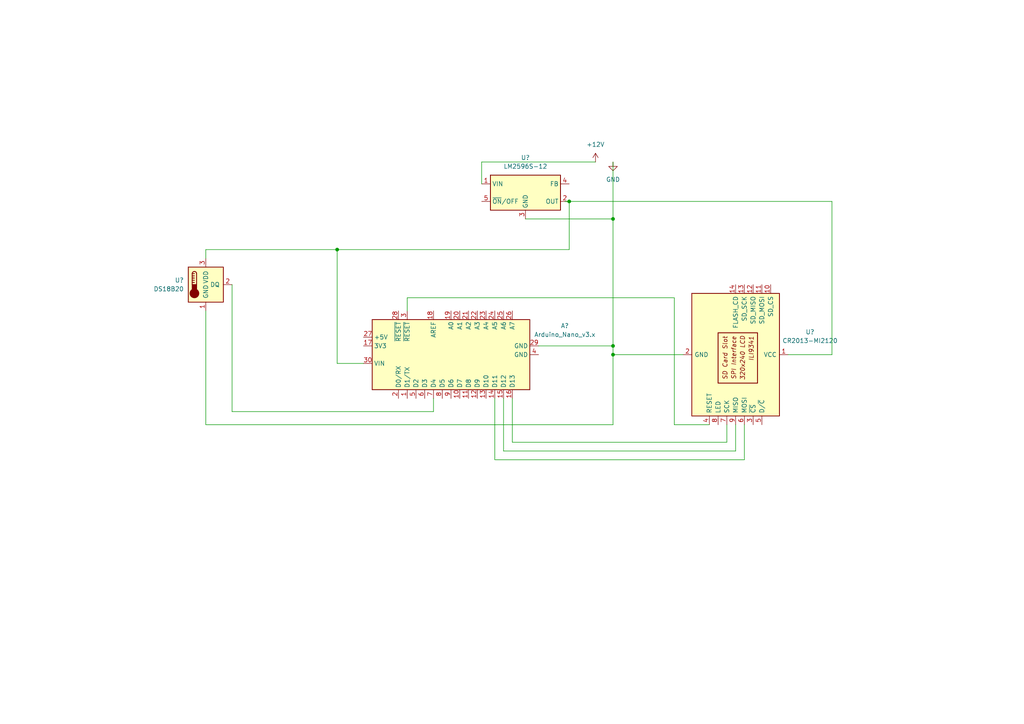
<source format=kicad_sch>
(kicad_sch (version 20211123) (generator eeschema)
  (paper "A4")
  (lib_symbols
    (symbol "Driver_Display:CR2013-MI2120" (pin_names (offset 0.762))
      (property "Reference" "U" (at -17.526 13.97 0))
      (property "Value" "CR2013-MI2120" (at 1.905 13.97 0))
      (symbol "CR2013-MI2120_0_0"
        (text "320x240 LCD" (at 0.889 2.032 0) (effects (font (size 1.27 1.27) italic)))
        (text "ILI9341" (at -5.461 4.572 0) (effects (font (size 1.27 1.27) italic) (justify left)))
        (text "SD Card Slot" (at -5.461 -3.048 0) (effects (font (size 1.27 1.27) italic) (justify left)))
        (text "SPI Interface" (at -5.461 -0.508 0) (effects (font (size 1.27 1.27) italic) (justify left)))
      )
      (symbol "CR2013-MI2120_0_1"
        (rectangle (start -17.78 12.7) (end 17.78 -12.7) (stroke (width 0.254)) (fill (type background)))
        (rectangle (start -6.35 6.35) (end 8.255 -5.08) (stroke (width 0.254)))
      )
      (symbol "CR2013-MI2120_1_1"
        (pin power_in line (at 0 15.24 270) (length 2.54) (name "VCC") (number "1"))
        (pin input line (at -20.32 10.16 0) (length 2.54) (name "SD_CS") (number "10"))
        (pin input line (at -20.32 7.62 0) (length 2.54) (name "SD_MOSI") (number "11"))
        (pin output line (at -20.32 5.08 0) (length 2.54) (name "SD_MISO") (number "12"))
        (pin input line (at -20.32 2.54 0) (length 2.54) (name "SD_SCK") (number "13"))
        (pin input line (at -20.32 0 0) (length 2.54) (name "FLASH_CD") (number "14"))
        (pin power_in line (at 0 -15.24 90) (length 2.54) (name "GND") (number "2"))
        (pin input line (at 20.32 5.08 180) (length 2.54) (name "~{CS}") (number "3"))
        (pin input line (at 20.32 -7.62 180) (length 2.54) (name "RESET") (number "4"))
        (pin input line (at 20.32 7.62 180) (length 2.54) (name "D/~{C}") (number "5"))
        (pin input line (at 20.32 2.54 180) (length 2.54) (name "MOSI") (number "6"))
        (pin input line (at 20.32 -2.54 180) (length 2.54) (name "SCK") (number "7"))
        (pin input line (at 20.32 -5.08 180) (length 2.54) (name "LED") (number "8"))
        (pin output line (at 20.32 0 180) (length 2.54) (name "MISO") (number "9"))
      )
    )
    (symbol "MCU_Module:Arduino_Nano_v3.x"
      (property "Reference" "A" (at -10.16 23.495 0))
      (property "Value" "Arduino_Nano_v3.x" (at 5.08 -24.13 0))
      (symbol "Arduino_Nano_v3.x_0_1"
        (rectangle (start -10.16 22.86) (end 10.16 -22.86) (stroke (width 0.254)) (fill (type background)))
      )
      (symbol "Arduino_Nano_v3.x_1_1"
        (pin bidirectional line (at -12.7 12.7 0) (length 2.54) (name "D1/TX") (number "1"))
        (pin bidirectional line (at -12.7 -2.54 0) (length 2.54) (name "D7") (number "10"))
        (pin bidirectional line (at -12.7 -5.08 0) (length 2.54) (name "D8") (number "11"))
        (pin bidirectional line (at -12.7 -7.62 0) (length 2.54) (name "D9") (number "12"))
        (pin bidirectional line (at -12.7 -10.16 0) (length 2.54) (name "D10") (number "13"))
        (pin bidirectional line (at -12.7 -12.7 0) (length 2.54) (name "D11") (number "14"))
        (pin bidirectional line (at -12.7 -15.24 0) (length 2.54) (name "D12") (number "15"))
        (pin bidirectional line (at -12.7 -17.78 0) (length 2.54) (name "D13") (number "16"))
        (pin power_out line (at 2.54 25.4 270) (length 2.54) (name "3V3") (number "17"))
        (pin input line (at 12.7 5.08 180) (length 2.54) (name "AREF") (number "18"))
        (pin bidirectional line (at 12.7 0 180) (length 2.54) (name "A0") (number "19"))
        (pin bidirectional line (at -12.7 15.24 0) (length 2.54) (name "D0/RX") (number "2"))
        (pin bidirectional line (at 12.7 -2.54 180) (length 2.54) (name "A1") (number "20"))
        (pin bidirectional line (at 12.7 -5.08 180) (length 2.54) (name "A2") (number "21"))
        (pin bidirectional line (at 12.7 -7.62 180) (length 2.54) (name "A3") (number "22"))
        (pin bidirectional line (at 12.7 -10.16 180) (length 2.54) (name "A4") (number "23"))
        (pin bidirectional line (at 12.7 -12.7 180) (length 2.54) (name "A5") (number "24"))
        (pin bidirectional line (at 12.7 -15.24 180) (length 2.54) (name "A6") (number "25"))
        (pin bidirectional line (at 12.7 -17.78 180) (length 2.54) (name "A7") (number "26"))
        (pin power_out line (at 5.08 25.4 270) (length 2.54) (name "+5V") (number "27"))
        (pin input line (at 12.7 15.24 180) (length 2.54) (name "~{RESET}") (number "28"))
        (pin power_in line (at 2.54 -25.4 90) (length 2.54) (name "GND") (number "29"))
        (pin input line (at 12.7 12.7 180) (length 2.54) (name "~{RESET}") (number "3"))
        (pin power_in line (at -2.54 25.4 270) (length 2.54) (name "VIN") (number "30"))
        (pin power_in line (at 0 -25.4 90) (length 2.54) (name "GND") (number "4"))
        (pin bidirectional line (at -12.7 10.16 0) (length 2.54) (name "D2") (number "5"))
        (pin bidirectional line (at -12.7 7.62 0) (length 2.54) (name "D3") (number "6"))
        (pin bidirectional line (at -12.7 5.08 0) (length 2.54) (name "D4") (number "7"))
        (pin bidirectional line (at -12.7 2.54 0) (length 2.54) (name "D5") (number "8"))
        (pin bidirectional line (at -12.7 0 0) (length 2.54) (name "D6") (number "9"))
      )
    )
    (symbol "Regulator_Switching:LM2596S-12"
      (property "Reference" "U" (at -10.16 6.35 0))
      (property "Value" "LM2596S-12" (at 0 6.35 0))
      (symbol "LM2596S-12_0_1"
        (rectangle (start -10.16 5.08) (end 10.16 -5.08) (stroke (width 0.254)) (fill (type background)))
      )
      (symbol "LM2596S-12_1_1"
        (pin power_in line (at -12.7 2.54 0) (length 2.54) (name "VIN") (number "1"))
        (pin output line (at 12.7 -2.54 180) (length 2.54) (name "OUT") (number "2"))
        (pin power_in line (at 0 -7.62 90) (length 2.54) (name "GND") (number "3"))
        (pin input line (at 12.7 2.54 180) (length 2.54) (name "FB") (number "4"))
        (pin input line (at -12.7 -2.54 0) (length 2.54) (name "~{ON}/OFF") (number "5"))
      )
    )
    (symbol "Sensor_Temperature:DS18B20" (pin_names (offset 1.016))
      (property "Reference" "U" (at -3.81 6.35 0))
      (property "Value" "DS18B20" (at 6.35 6.35 0))
      (symbol "DS18B20_0_1"
        (rectangle (start -5.08 5.08) (end 5.08 -5.08) (stroke (width 0.254)) (fill (type background)))
        (circle (center -3.302 -2.54) (radius 1.27) (stroke (width 0.254)) (fill (type outline)))
        (rectangle (start -2.667 -1.905) (end -3.937 0) (stroke (width 0.254)) (fill (type outline)))
        (arc (start -2.667 3.175) (mid -3.302 3.81) (end -3.937 3.175) (stroke (width 0.254)))
        (polyline (pts (xy -3.937 0.635) (xy -3.302 0.635)) (stroke (width 0.254)))
        (polyline (pts (xy -3.937 1.27) (xy -3.302 1.27)) (stroke (width 0.254)))
        (polyline (pts (xy -3.937 1.905) (xy -3.302 1.905)) (stroke (width 0.254)))
        (polyline (pts (xy -3.937 2.54) (xy -3.302 2.54)) (stroke (width 0.254)))
        (polyline (pts (xy -3.937 3.175) (xy -3.937 0)) (stroke (width 0.254)))
        (polyline (pts (xy -3.937 3.175) (xy -3.302 3.175)) (stroke (width 0.254)))
        (polyline (pts (xy -2.667 3.175) (xy -2.667 0)) (stroke (width 0.254)))
      )
      (symbol "DS18B20_1_1"
        (pin power_in line (at 0 -7.62 90) (length 2.54) (name "GND") (number "1"))
        (pin bidirectional line (at 7.62 0 180) (length 2.54) (name "DQ") (number "2"))
        (pin power_in line (at 0 7.62 270) (length 2.54) (name "VDD") (number "3"))
      )
    )
    (symbol "power:+12V" (power) (pin_names (offset 0))
      (property "Value" "+12V" (at 0 3.556 0))
      (symbol "+12V_0_1"
        (polyline (pts (xy -0.762 1.27) (xy 0 2.54)))
        (polyline (pts (xy 0 0) (xy 0 2.54)))
        (polyline (pts (xy 0 2.54) (xy 0.762 1.27)))
      )
      (symbol "+12V_1_1"
        (pin power_in line (at 0 0 90) (length 0) hide (name "+12V") (number "1"))
      )
    )
    (symbol "power:GND" (power) (pin_names (offset 0))
      (property "Value" "GND" (at 0 -3.81 0))
      (symbol "GND_0_1"
        (polyline (pts (xy 0 0) (xy 0 -1.27) (xy 1.27 -1.27) (xy 0 -2.54) (xy -1.27 -1.27) (xy 0 -1.27)))
      )
      (symbol "GND_1_1"
        (pin power_in line (at 0 0 270) (length 0) hide (name "GND") (number "1"))
      )
    )
  )
  (junction (at 165.1 58.42))
  (junction (at 177.8 100.33))
  (junction (at 177.8 102.87))
  (junction (at 97.79 72.39))
  (junction (at 177.8 63.5))
  (wire (pts (xy 143.51 115.57) (xy 143.51 133.35)))
  (wire (pts (xy 172.72 46.99) (xy 139.7 46.99)))
  (wire (pts (xy 152.4 63.5) (xy 177.8 63.5)))
  (wire (pts (xy 163.83 58.42) (xy 165.1 58.42)))
  (wire (pts (xy 177.8 63.5) (xy 177.8 100.33)))
  (wire (pts (xy 177.8 46.99) (xy 177.8 63.5)))
  (wire (pts (xy 241.3 58.42) (xy 241.3 102.87)))
  (wire (pts (xy 165.1 72.39) (xy 97.79 72.39)))
  (wire (pts (xy 210.82 128.27) (xy 210.82 123.19)))
  (wire (pts (xy 177.8 123.19) (xy 59.69 123.19)))
  (wire (pts (xy 241.3 102.87) (xy 228.6 102.87)))
  (wire (pts (xy 165.1 58.42) (xy 241.3 58.42)))
  (wire (pts (xy 146.05 130.81) (xy 213.36 130.81)))
  (wire (pts (xy 97.79 105.41) (xy 105.41 105.41)))
  (wire (pts (xy 59.69 123.19) (xy 59.69 90.17)))
  (wire (pts (xy 215.9 133.35) (xy 215.9 123.19)))
  (wire (pts (xy 97.79 72.39) (xy 97.79 105.41)))
  (wire (pts (xy 67.31 119.38) (xy 125.73 119.38)))
  (wire (pts (xy 198.12 102.87) (xy 177.8 102.87)))
  (wire (pts (xy 213.36 130.81) (xy 213.36 123.19)))
  (wire (pts (xy 210.82 128.27) (xy 148.59 128.27)))
  (wire (pts (xy 143.51 133.35) (xy 215.9 133.35)))
  (wire (pts (xy 177.8 100.33) (xy 177.8 102.87)))
  (wire (pts (xy 125.73 119.38) (xy 125.73 115.57)))
  (wire (pts (xy 146.05 115.57) (xy 146.05 130.81)))
  (wire (pts (xy 195.58 86.36) (xy 195.58 123.19)))
  (wire (pts (xy 177.8 100.33) (xy 156.21 100.33)))
  (wire (pts (xy 139.7 46.99) (xy 139.7 53.34)))
  (wire (pts (xy 97.79 72.39) (xy 59.69 72.39)))
  (wire (pts (xy 118.11 86.36) (xy 195.58 86.36)))
  (wire (pts (xy 195.58 123.19) (xy 205.74 123.19)))
  (wire (pts (xy 165.1 58.42) (xy 165.1 72.39)))
  (wire (pts (xy 67.31 82.55) (xy 67.31 119.38)))
  (wire (pts (xy 177.8 102.87) (xy 177.8 123.19)))
  (wire (pts (xy 118.11 90.17) (xy 118.11 86.36)))
  (wire (pts (xy 59.69 72.39) (xy 59.69 74.93)))
  (wire (pts (xy 148.59 128.27) (xy 148.59 115.57)))
  (symbol (lib_id "power:GND") (at 177.8 46.99 0) (unit 1)
    (property "Reference" "#PWR?" (effects hide))
    (property "Value" "GND" (at 177.8 52.07 0))
  )
  (symbol (lib_id "Regulator_Switching:LM2596S-12") (at 152.4 55.88 0) (unit 1)
    (property "Reference" "U?" (at 152.4 45.72 0))
    (property "Value" "LM2596S-12" (at 152.4 48.26 0))
    (property "Footprint" "Package_TO_SOT_SMD:TO-263-5_TabPin3" (effects hide))
    (property "Datasheet" "http://www.ti.com/lit/ds/symlink/lm2596.pdf" (effects hide))
  )
  (symbol (lib_id "MCU_Module:Arduino_Nano_v3.x") (at 130.81 102.87 90) (unit 1)
    (property "Reference" "A?" (at 163.83 94.5005 90))
    (property "Value" "Arduino_Nano_v3.x" (at 163.83 97.0405 90))
    (property "Footprint" "Module:Arduino_Nano" (effects hide))
    (property "Datasheet" "http://www.mouser.com/pdfdocs/Gravitech_Arduino_Nano3_0.pdf" (effects hide))
  )
  (symbol (lib_id "Sensor_Temperature:DS18B20") (at 59.69 82.55 0) (unit 1)
    (property "Reference" "U?" (at 53.34 81.2799 0) (effects (justify right)))
    (property "Value" "DS18B20" (at 53.34 83.8199 0) (effects (justify right)))
    (property "Footprint" "Package_TO_SOT_THT:TO-92_Inline" (effects hide))
    (property "Datasheet" "http://datasheets.maximintegrated.com/en/ds/DS18B20.pdf" (effects hide))
  )
  (symbol (lib_id "Driver_Display:CR2013-MI2120") (at 213.36 102.87 270) (unit 1)
    (property "Reference" "U?" (at 234.95 96.2912 90))
    (property "Value" "CR2013-MI2120" (at 234.95 98.8312 90))
    (property "Footprint" "Display:CR2013-MI2120" (effects hide))
    (property "Datasheet" "http://pan.baidu.com/s/11Y990" (effects hide))
  )
  (symbol (lib_id "power:+12V") (at 172.72 46.99 0) (unit 1)
    (property "Reference" "#PWR?" (effects hide))
    (property "Value" "+12V" (at 172.72 41.91 0))
  )
)
</source>
